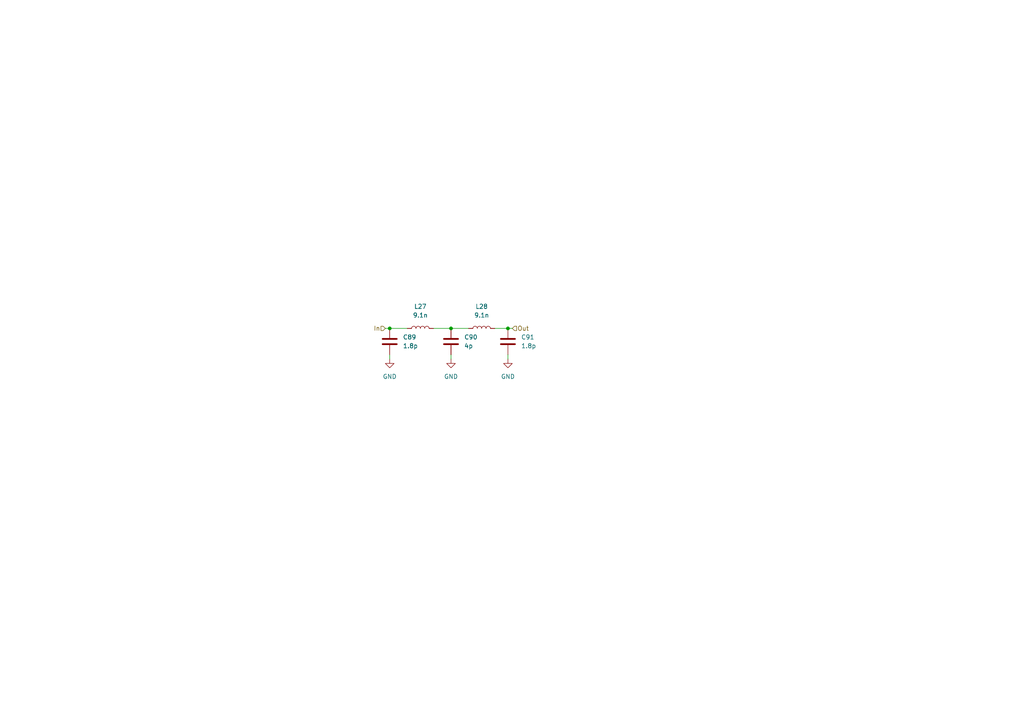
<source format=kicad_sch>
(kicad_sch (version 20211123) (generator eeschema)
  (paper "A4")
  (lib_symbols
    (symbol "Device:C" (pin_numbers hide) (pin_names (offset 0.254))
      (property "Reference" "C" (at 0.635 2.54 0))
      (property "Value" "C" (at 0.635 -2.54 0))
      (symbol "C_0_1"
        (polyline (pts (xy -2.032 -0.762) (xy 2.032 -0.762)) (stroke (width 0.508)))
        (polyline (pts (xy -2.032 0.762) (xy 2.032 0.762)) (stroke (width 0.508)))
      )
      (symbol "C_1_1"
        (pin passive line (at 0 3.81 270) (length 2.794) (name "~") (number "1"))
        (pin passive line (at 0 -3.81 90) (length 2.794) (name "~") (number "2"))
      )
    )
    (symbol "Device:L" (pin_numbers hide) (pin_names (offset 1.016) hide)
      (property "Reference" "L" (at -1.27 0 90))
      (property "Value" "L" (at 1.905 0 90))
      (symbol "L_0_1"
        (arc (start 0 -2.54) (mid 0.635 -1.905) (end 0 -1.27))
        (arc (start 0 -1.27) (mid 0.635 -0.635) (end 0 0))
        (arc (start 0 0) (mid 0.635 0.635) (end 0 1.27))
        (arc (start 0 1.27) (mid 0.635 1.905) (end 0 2.54))
      )
      (symbol "L_1_1"
        (pin passive line (at 0 3.81 270) (length 1.27) (name "1") (number "1"))
        (pin passive line (at 0 -3.81 90) (length 1.27) (name "2") (number "2"))
      )
    )
    (symbol "power:GND" (power) (pin_names (offset 0))
      (property "Value" "GND" (at 0 -3.81 0))
      (symbol "GND_0_1"
        (polyline (pts (xy 0 0) (xy 0 -1.27) (xy 1.27 -1.27) (xy 0 -2.54) (xy -1.27 -1.27) (xy 0 -1.27)))
      )
      (symbol "GND_1_1"
        (pin power_in line (at 0 0 270) (length 0) hide (name "GND") (number "1"))
      )
    )
  )
  (junction (at 130.81 95.25))
  (junction (at 113.03 95.25))
  (junction (at 147.32 95.25))
  (wire (pts (xy 113.03 95.25) (xy 118.11 95.25)))
  (wire (pts (xy 143.51 95.25) (xy 147.32 95.25)))
  (wire (pts (xy 111.76 95.25) (xy 113.03 95.25)))
  (wire (pts (xy 147.32 95.25) (xy 148.59 95.25)))
  (wire (pts (xy 113.03 102.87) (xy 113.03 104.14)))
  (wire (pts (xy 147.32 102.87) (xy 147.32 104.14)))
  (wire (pts (xy 130.81 102.87) (xy 130.81 104.14)))
  (wire (pts (xy 125.73 95.25) (xy 130.81 95.25)))
  (wire (pts (xy 130.81 95.25) (xy 135.89 95.25)))
  (hierarchical_label "In" (shape input) (at 111.76 95.25 180))
  (hierarchical_label "Out" (shape input) (at 148.59 95.25 0))
  (symbol (lib_id "power:GND") (at 113.03 104.14 0) (unit 1)
    (property "Reference" "#PWR0186" (effects hide))
    (property "Value" "GND" (at 113.03 109.22 0))
  )
  (symbol (lib_id "power:GND") (at 130.81 104.14 0) (unit 1)
    (property "Reference" "#PWR0187" (effects hide))
    (property "Value" "GND" (at 130.81 109.22 0))
  )
  (symbol (lib_id "Device:L") (at 139.7 95.25 90) (unit 1)
    (property "Reference" "L28" (at 139.7 88.9 90))
    (property "Value" "9.1n" (at 139.7 91.44 90))
    (property "Footprint" "Inductor_SMD:L_0402_1005Metric" (effects hide))
    (property "MPN" "LQW15AN9N1G00D" (effects hide))
    (property "LCSC" "C113122" (effects hide))
  )
  (symbol (lib_id "Device:C") (at 113.03 99.06 0) (unit 1)
    (property "Reference" "C89" (at 116.84 97.7899 0) (effects (justify left)))
    (property "Value" "1.8p" (at 116.84 100.3299 0) (effects (justify left)))
    (property "Footprint" "Capacitor_SMD:C_0402_1005Metric" (effects hide))
    (property "MPN" "GJM1555C1H1R8WB01D" (effects hide))
    (property "LCSC" "C76903" (effects hide))
  )
  (symbol (lib_id "Device:C") (at 130.81 99.06 0) (unit 1)
    (property "Reference" "C90" (at 134.62 97.7899 0) (effects (justify left)))
    (property "Value" "4p" (at 134.62 100.3299 0) (effects (justify left)))
    (property "Footprint" "Capacitor_SMD:C_0402_1005Metric" (effects hide))
    (property "MPN" "GJM1555C1H4R0BB01D" (effects hide))
    (property "LCSC" "C161323" (effects hide))
  )
  (symbol (lib_id "power:GND") (at 147.32 104.14 0) (unit 1)
    (property "Reference" "#PWR0188" (effects hide))
    (property "Value" "GND" (at 147.32 109.22 0))
  )
  (symbol (lib_id "Device:L") (at 121.92 95.25 90) (unit 1)
    (property "Reference" "L27" (at 121.92 88.9 90))
    (property "Value" "9.1n" (at 121.92 91.44 90))
    (property "Footprint" "Inductor_SMD:L_0402_1005Metric" (effects hide))
    (property "MPN" "LQW15AN9N1G00D" (effects hide))
    (property "LCSC" "C113122" (effects hide))
  )
  (symbol (lib_id "Device:C") (at 147.32 99.06 0) (unit 1)
    (property "Reference" "C91" (at 151.13 97.7899 0) (effects (justify left)))
    (property "Value" "1.8p" (at 151.13 100.3299 0) (effects (justify left)))
    (property "Footprint" "Capacitor_SMD:C_0402_1005Metric" (effects hide))
    (property "MPN" "GJM1555C1H1R8WB01D" (effects hide))
    (property "LCSC" "C76903" (effects hide))
  )
)
</source>
